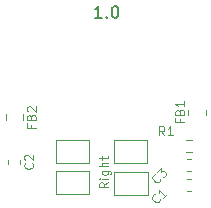
<source format=gbr>
%TF.GenerationSoftware,KiCad,Pcbnew,(6.0.0)*%
%TF.CreationDate,2022-06-09T20:52:26+02:00*%
%TF.ProjectId,TPS42-LCD-Shield,54505334-322d-44c4-9344-2d536869656c,rev?*%
%TF.SameCoordinates,Original*%
%TF.FileFunction,Legend,Top*%
%TF.FilePolarity,Positive*%
%FSLAX46Y46*%
G04 Gerber Fmt 4.6, Leading zero omitted, Abs format (unit mm)*
G04 Created by KiCad (PCBNEW (6.0.0)) date 2022-06-09 20:52:26*
%MOMM*%
%LPD*%
G01*
G04 APERTURE LIST*
%ADD10C,0.150000*%
%ADD11C,0.100000*%
%ADD12C,0.120000*%
G04 APERTURE END LIST*
D10*
X95321428Y-37702380D02*
X94750000Y-37702380D01*
X95035714Y-37702380D02*
X95035714Y-36702380D01*
X94940476Y-36845238D01*
X94845238Y-36940476D01*
X94750000Y-36988095D01*
X95750000Y-37607142D02*
X95797619Y-37654761D01*
X95750000Y-37702380D01*
X95702380Y-37654761D01*
X95750000Y-37607142D01*
X95750000Y-37702380D01*
X96416666Y-36702380D02*
X96511904Y-36702380D01*
X96607142Y-36750000D01*
X96654761Y-36797619D01*
X96702380Y-36892857D01*
X96750000Y-37083333D01*
X96750000Y-37321428D01*
X96702380Y-37511904D01*
X96654761Y-37607142D01*
X96607142Y-37654761D01*
X96511904Y-37702380D01*
X96416666Y-37702380D01*
X96321428Y-37654761D01*
X96273809Y-37607142D01*
X96226190Y-37511904D01*
X96178571Y-37321428D01*
X96178571Y-37083333D01*
X96226190Y-36892857D01*
X96273809Y-36797619D01*
X96321428Y-36750000D01*
X96416666Y-36702380D01*
D11*
X95859285Y-51639285D02*
X95502142Y-51889285D01*
X95859285Y-52067857D02*
X95109285Y-52067857D01*
X95109285Y-51782142D01*
X95145000Y-51710714D01*
X95180714Y-51675000D01*
X95252142Y-51639285D01*
X95359285Y-51639285D01*
X95430714Y-51675000D01*
X95466428Y-51710714D01*
X95502142Y-51782142D01*
X95502142Y-52067857D01*
X95859285Y-51317857D02*
X95359285Y-51317857D01*
X95109285Y-51317857D02*
X95145000Y-51353571D01*
X95180714Y-51317857D01*
X95145000Y-51282142D01*
X95109285Y-51317857D01*
X95180714Y-51317857D01*
X95359285Y-50639285D02*
X95966428Y-50639285D01*
X96037857Y-50675000D01*
X96073571Y-50710714D01*
X96109285Y-50782142D01*
X96109285Y-50889285D01*
X96073571Y-50960714D01*
X95823571Y-50639285D02*
X95859285Y-50710714D01*
X95859285Y-50853571D01*
X95823571Y-50925000D01*
X95787857Y-50960714D01*
X95716428Y-50996428D01*
X95502142Y-50996428D01*
X95430714Y-50960714D01*
X95395000Y-50925000D01*
X95359285Y-50853571D01*
X95359285Y-50710714D01*
X95395000Y-50639285D01*
X95859285Y-50282142D02*
X95109285Y-50282142D01*
X95859285Y-49960714D02*
X95466428Y-49960714D01*
X95395000Y-49996428D01*
X95359285Y-50067857D01*
X95359285Y-50175000D01*
X95395000Y-50246428D01*
X95430714Y-50282142D01*
X95359285Y-49710714D02*
X95359285Y-49425000D01*
X95109285Y-49603571D02*
X95752142Y-49603571D01*
X95823571Y-49567857D01*
X95859285Y-49496428D01*
X95859285Y-49425000D01*
%TO.C,R1*%
X100635000Y-47649285D02*
X100385000Y-47292142D01*
X100206428Y-47649285D02*
X100206428Y-46899285D01*
X100492142Y-46899285D01*
X100563571Y-46935000D01*
X100599285Y-46970714D01*
X100635000Y-47042142D01*
X100635000Y-47149285D01*
X100599285Y-47220714D01*
X100563571Y-47256428D01*
X100492142Y-47292142D01*
X100206428Y-47292142D01*
X101349285Y-47649285D02*
X100920714Y-47649285D01*
X101135000Y-47649285D02*
X101135000Y-46899285D01*
X101063571Y-47006428D01*
X100992142Y-47077857D01*
X100920714Y-47113571D01*
%TO.C,C1*%
X100271015Y-53087791D02*
X100271015Y-53138299D01*
X100220507Y-53239314D01*
X100170000Y-53289822D01*
X100068984Y-53340330D01*
X99967969Y-53340330D01*
X99892208Y-53315076D01*
X99765938Y-53239314D01*
X99690177Y-53163553D01*
X99614416Y-53037284D01*
X99589162Y-52961522D01*
X99589162Y-52860507D01*
X99639669Y-52759492D01*
X99690177Y-52708984D01*
X99791192Y-52658477D01*
X99841700Y-52658477D01*
X100826599Y-52633223D02*
X100523553Y-52936269D01*
X100675076Y-52784746D02*
X100144746Y-52254416D01*
X100170000Y-52380685D01*
X100170000Y-52481700D01*
X100144746Y-52557461D01*
%TO.C,C2*%
X89447857Y-50015000D02*
X89483571Y-50050714D01*
X89519285Y-50157857D01*
X89519285Y-50229285D01*
X89483571Y-50336428D01*
X89412142Y-50407857D01*
X89340714Y-50443571D01*
X89197857Y-50479285D01*
X89090714Y-50479285D01*
X88947857Y-50443571D01*
X88876428Y-50407857D01*
X88805000Y-50336428D01*
X88769285Y-50229285D01*
X88769285Y-50157857D01*
X88805000Y-50050714D01*
X88840714Y-50015000D01*
X88840714Y-49729285D02*
X88805000Y-49693571D01*
X88769285Y-49622142D01*
X88769285Y-49443571D01*
X88805000Y-49372142D01*
X88840714Y-49336428D01*
X88912142Y-49300714D01*
X88983571Y-49300714D01*
X89090714Y-49336428D01*
X89519285Y-49765000D01*
X89519285Y-49300714D01*
%TO.C,C3*%
X100301015Y-51387791D02*
X100301015Y-51438299D01*
X100250507Y-51539314D01*
X100200000Y-51589822D01*
X100098984Y-51640330D01*
X99997969Y-51640330D01*
X99922208Y-51615076D01*
X99795938Y-51539314D01*
X99720177Y-51463553D01*
X99644416Y-51337284D01*
X99619162Y-51261522D01*
X99619162Y-51160507D01*
X99669669Y-51059492D01*
X99720177Y-51008984D01*
X99821192Y-50958477D01*
X99871700Y-50958477D01*
X99997969Y-50731192D02*
X100326269Y-50402893D01*
X100351522Y-50781700D01*
X100427284Y-50705938D01*
X100503045Y-50680685D01*
X100553553Y-50680685D01*
X100629314Y-50705938D01*
X100755583Y-50832208D01*
X100780837Y-50907969D01*
X100780837Y-50958477D01*
X100755583Y-51034238D01*
X100604061Y-51185761D01*
X100528299Y-51211015D01*
X100477791Y-51211015D01*
%TO.C,FB2*%
X89366428Y-46745000D02*
X89366428Y-46995000D01*
X89759285Y-46995000D02*
X89009285Y-46995000D01*
X89009285Y-46637857D01*
X89366428Y-46102142D02*
X89402142Y-45995000D01*
X89437857Y-45959285D01*
X89509285Y-45923571D01*
X89616428Y-45923571D01*
X89687857Y-45959285D01*
X89723571Y-45995000D01*
X89759285Y-46066428D01*
X89759285Y-46352142D01*
X89009285Y-46352142D01*
X89009285Y-46102142D01*
X89045000Y-46030714D01*
X89080714Y-45995000D01*
X89152142Y-45959285D01*
X89223571Y-45959285D01*
X89295000Y-45995000D01*
X89330714Y-46030714D01*
X89366428Y-46102142D01*
X89366428Y-46352142D01*
X89080714Y-45637857D02*
X89045000Y-45602142D01*
X89009285Y-45530714D01*
X89009285Y-45352142D01*
X89045000Y-45280714D01*
X89080714Y-45245000D01*
X89152142Y-45209285D01*
X89223571Y-45209285D01*
X89330714Y-45245000D01*
X89759285Y-45673571D01*
X89759285Y-45209285D01*
%TO.C,FB1*%
X101926428Y-46315000D02*
X101926428Y-46565000D01*
X102319285Y-46565000D02*
X101569285Y-46565000D01*
X101569285Y-46207857D01*
X101926428Y-45672142D02*
X101962142Y-45565000D01*
X101997857Y-45529285D01*
X102069285Y-45493571D01*
X102176428Y-45493571D01*
X102247857Y-45529285D01*
X102283571Y-45565000D01*
X102319285Y-45636428D01*
X102319285Y-45922142D01*
X101569285Y-45922142D01*
X101569285Y-45672142D01*
X101605000Y-45600714D01*
X101640714Y-45565000D01*
X101712142Y-45529285D01*
X101783571Y-45529285D01*
X101855000Y-45565000D01*
X101890714Y-45600714D01*
X101926428Y-45672142D01*
X101926428Y-45922142D01*
X102319285Y-44779285D02*
X102319285Y-45207857D01*
X102319285Y-44993571D02*
X101569285Y-44993571D01*
X101676428Y-45065000D01*
X101747857Y-45136428D01*
X101783571Y-45207857D01*
D12*
%TO.C,JP3*%
X91483940Y-48040000D02*
X94283940Y-48040000D01*
X91483940Y-50040000D02*
X91483940Y-48040000D01*
X94283940Y-48040000D02*
X94283940Y-50040000D01*
X94283940Y-50040000D02*
X91483940Y-50040000D01*
%TO.C,R1*%
X102974724Y-49082500D02*
X102465276Y-49082500D01*
X102974724Y-48037500D02*
X102465276Y-48037500D01*
%TO.C,C1*%
X102876267Y-51330000D02*
X102583733Y-51330000D01*
X102876267Y-52350000D02*
X102583733Y-52350000D01*
%TO.C,C2*%
X88450000Y-50056267D02*
X88450000Y-49763733D01*
X87430000Y-50056267D02*
X87430000Y-49763733D01*
%TO.C,C3*%
X102876267Y-49690000D02*
X102583733Y-49690000D01*
X102876267Y-50710000D02*
X102583733Y-50710000D01*
%TO.C,JP4*%
X91493940Y-50660000D02*
X94293940Y-50660000D01*
X94293940Y-50660000D02*
X94293940Y-52660000D01*
X94293940Y-52660000D02*
X91493940Y-52660000D01*
X91493940Y-52660000D02*
X91493940Y-50660000D01*
%TO.C,JP2*%
X96400000Y-50040000D02*
X96400000Y-48040000D01*
X99200000Y-50040000D02*
X96400000Y-50040000D01*
X96400000Y-48040000D02*
X99200000Y-48040000D01*
X99200000Y-48040000D02*
X99200000Y-50040000D01*
%TO.C,JP1*%
X99210000Y-52730000D02*
X96410000Y-52730000D01*
X96410000Y-52730000D02*
X96410000Y-50730000D01*
X96410000Y-50730000D02*
X99210000Y-50730000D01*
X99210000Y-50730000D02*
X99210000Y-52730000D01*
%TO.C,FB2*%
X87205000Y-46347064D02*
X87205000Y-45892936D01*
X88675000Y-46347064D02*
X88675000Y-45892936D01*
%TO.C,FB1*%
X102665000Y-45482936D02*
X102665000Y-45937064D01*
X104135000Y-45482936D02*
X104135000Y-45937064D01*
%TD*%
M02*

</source>
